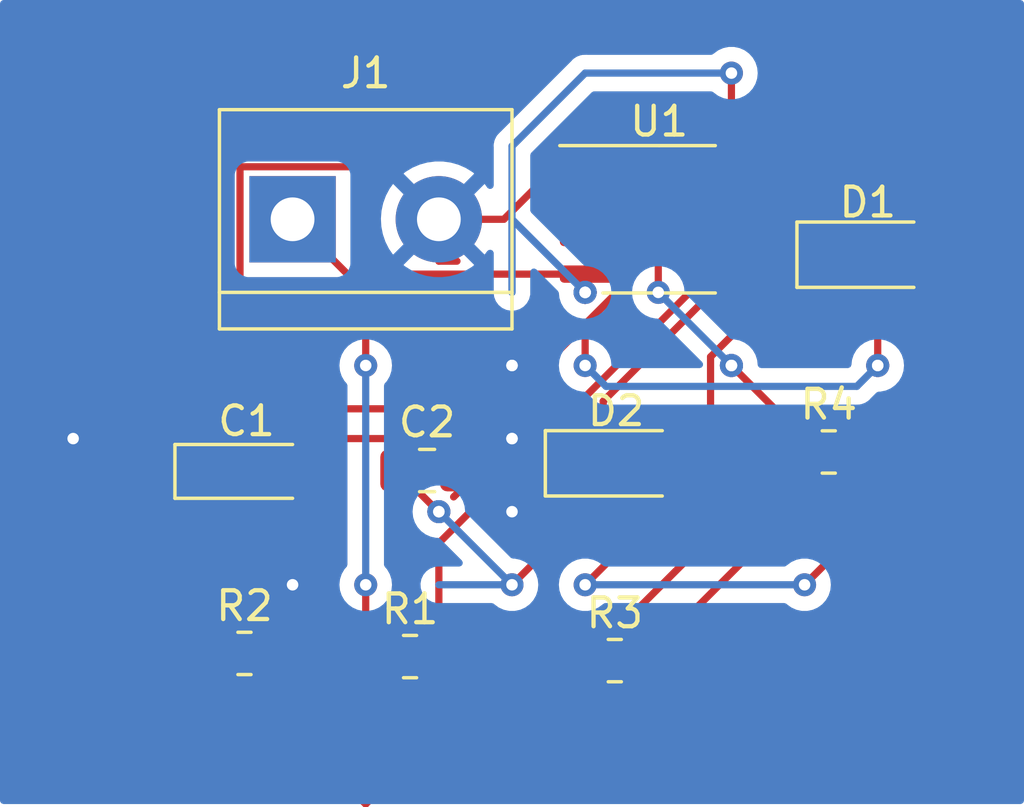
<source format=kicad_pcb>
(kicad_pcb (version 20211014) (generator pcbnew)
  (layers (0 "F.Cu" signal) (31 "B.Cu" signal) (34 "B.Paste" user) (35 "F.Paste" user) (36 "B.SilkS" user "B.Silkscreen") (37 "F.SilkS" user "F.Silkscreen") (38 "B.Mask" user) (39 "F.Mask" user) (44 "Edge.Cuts" user))
  (net 0 "")
  (net 1 "/pin_2")
  (net 2 "GND")
  (net 3 "Net-(C2-Pad1)")
  (net 4 "Net-(D1-Pad1)")
  (net 5 "+9V")
  (net 6 "Net-(D2-Pad2)")
  (net 7 "/pin_7")
  (net 8 "/pin_3")
  (footprint "Resistor_SMD:R_0805_2012Metric_Pad1.20x1.40mm_HandSolder" (layer "F.Cu") (at 135.49 93.825)
    (fp_text reference "R2" (at 0 -1.65) (layer "F.SilkS"))
    (fp_text value "10k")
    (fp_line (start -0.227064 -0.735) (end 0.227064 -0.735) (layer "F.SilkS") (width 0.12))
    (fp_line (start -0.227064 0.735) (end 0.227064 0.735) (layer "F.SilkS") (width 0.12))
    (pad "1" smd roundrect (at -1 0) (size 1.2 1.4) (layers "F.Cu" "F.Paste" "F.Mask") (roundrect_rratio 0.2083333333) (net 7 "/pin_7"))
    (pad "2" smd roundrect (at 1 0) (size 1.2 1.4) (layers "F.Cu" "F.Paste" "F.Mask") (roundrect_rratio 0.2083333333) (net 1 "/pin_2"))
  )
  (footprint "LED_SMD:LED_1206_3216Metric_Pad1.42x1.75mm_HandSolder" (layer "F.Cu") (at 157.135 79.97)
    (fp_text reference "D1" (at 0 -1.82) (layer "F.SilkS"))
    (fp_text value "LED")
    (fp_line (start -2.46 -1.135) (end -2.46 1.135) (layer "F.SilkS") (width 0.12))
    (fp_line (start 1.6 -1.135) (end -2.46 -1.135) (layer "F.SilkS") (width 0.12))
    (fp_line (start -2.46 1.135) (end 1.6 1.135) (layer "F.SilkS") (width 0.12))
    (pad "1" smd roundrect (at -1.4875 0) (size 1.425 1.75) (layers "F.Cu" "F.Paste" "F.Mask") (roundrect_rratio 0.1754392982) (net 4 "Net-(D1-Pad1)"))
    (pad "2" smd roundrect (at 1.4875 0) (size 1.425 1.75) (layers "F.Cu" "F.Paste" "F.Mask") (roundrect_rratio 0.1754392982) (net 5 "+9V"))
  )
  (footprint "Resistor_SMD:R_0805_2012Metric_Pad1.20x1.40mm_HandSolder" (layer "F.Cu") (at 155.78 86.825)
    (fp_text reference "R4" (at 0 -1.65) (layer "F.SilkS"))
    (fp_text value "1K")
    (fp_line (start -0.227064 -0.735) (end 0.227064 -0.735) (layer "F.SilkS") (width 0.12))
    (fp_line (start -0.227064 0.735) (end 0.227064 0.735) (layer "F.SilkS") (width 0.12))
    (pad "1" smd roundrect (at -1 0) (size 1.2 1.4) (layers "F.Cu" "F.Paste" "F.Mask") (roundrect_rratio 0.2083333333) (net 8 "/pin_3"))
    (pad "2" smd roundrect (at 1 0) (size 1.2 1.4) (layers "F.Cu" "F.Paste" "F.Mask") (roundrect_rratio 0.2083333333) (net 6 "Net-(D2-Pad2)"))
  )
  (footprint "Package_SO:SOIC-8_3.9x4.9mm_P1.27mm" (layer "F.Cu") (at 149.89 78.74)
    (fp_text reference "U1" (at 0 -3.4) (layer "F.SilkS"))
    (fp_text value "NE555D")
    (fp_line (start 0 2.56) (end 1.95 2.56) (layer "F.SilkS") (width 0.12))
    (fp_line (start 0 -2.56) (end 1.95 -2.56) (layer "F.SilkS") (width 0.12))
    (fp_line (start 0 2.56) (end -1.95 2.56) (layer "F.SilkS") (width 0.12))
    (fp_line (start 0 -2.56) (end -3.45 -2.56) (layer "F.SilkS") (width 0.12))
    (pad "1" smd roundrect (at -2.475 -1.905) (size 1.95 0.6) (layers "F.Cu" "F.Paste" "F.Mask") (net 2 "GND"))
    (pad "2" smd roundrect (at -2.475 -0.635) (size 1.95 0.6) (layers "F.Cu" "F.Paste" "F.Mask") (net 1 "/pin_2"))
    (pad "3" smd roundrect (at -2.475 0.635) (size 1.95 0.6) (layers "F.Cu" "F.Paste" "F.Mask") (net 8 "/pin_3"))
    (pad "4" smd roundrect (at -2.475 1.905) (size 1.95 0.6) (layers "F.Cu" "F.Paste" "F.Mask") (net 5 "+9V"))
    (pad "5" smd roundrect (at 2.475 1.905) (size 1.95 0.6) (layers "F.Cu" "F.Paste" "F.Mask") (net 3 "Net-(C2-Pad1)"))
    (pad "6" smd roundrect (at 2.475 0.635) (size 1.95 0.6) (layers "F.Cu" "F.Paste" "F.Mask") (net 1 "/pin_2"))
    (pad "7" smd roundrect (at 2.475 -0.635) (size 1.95 0.6) (layers "F.Cu" "F.Paste" "F.Mask") (net 7 "/pin_7"))
    (pad "8" smd roundrect (at 2.475 -1.905) (size 1.95 0.6) (layers "F.Cu" "F.Paste" "F.Mask") (net 5 "+9V"))
  )
  (footprint "Resistor_SMD:R_0805_2012Metric_Pad1.20x1.40mm_HandSolder" (layer "F.Cu") (at 141.24 93.935)
    (fp_text reference "R1" (at 0 -1.65) (layer "F.SilkS"))
    (fp_text value "1k")
    (fp_line (start -0.227064 0.735) (end 0.227064 0.735) (layer "F.SilkS") (width 0.12))
    (fp_line (start -0.227064 -0.735) (end 0.227064 -0.735) (layer "F.SilkS") (width 0.12))
    (pad "1" smd roundrect (at -1 0) (size 1.2 1.4) (layers "F.Cu" "F.Paste" "F.Mask") (roundrect_rratio 0.2083333333) (net 5 "+9V"))
    (pad "2" smd roundrect (at 1 0) (size 1.2 1.4) (layers "F.Cu" "F.Paste" "F.Mask") (roundrect_rratio 0.2083333333) (net 7 "/pin_7"))
  )
  (footprint "LED_SMD:LED_1206_3216Metric_Pad1.42x1.75mm_HandSolder" (layer "F.Cu") (at 148.3975 87.22)
    (fp_text reference "D2" (at 0 -1.82) (layer "F.SilkS"))
    (fp_text value "LED")
    (fp_line (start -2.46 -1.135) (end -2.46 1.135) (layer "F.SilkS") (width 0.12))
    (fp_line (start 1.6 -1.135) (end -2.46 -1.135) (layer "F.SilkS") (width 0.12))
    (fp_line (start -2.46 1.135) (end 1.6 1.135) (layer "F.SilkS") (width 0.12))
    (pad "1" smd roundrect (at -1.4875 0) (size 1.425 1.75) (layers "F.Cu" "F.Paste" "F.Mask") (roundrect_rratio 0.1754392982) (net 2 "GND"))
    (pad "2" smd roundrect (at 1.4875 0) (size 1.425 1.75) (layers "F.Cu" "F.Paste" "F.Mask") (roundrect_rratio 0.1754392982) (net 6 "Net-(D2-Pad2)"))
  )
  (footprint "Capacitor_SMD:C_0805_2012Metric_Pad1.18x1.45mm_HandSolder" (layer "F.Cu") (at 141.831252 87.47)
    (fp_text reference "C2" (at 0 -1.68) (layer "F.SilkS"))
    (fp_text value "0.01uF")
    (fp_line (start -0.261252 0.735) (end 0.261252 0.735) (layer "F.SilkS") (width 0.12))
    (fp_line (start -0.261252 -0.735) (end 0.261252 -0.735) (layer "F.SilkS") (width 0.12))
    (pad "1" smd roundrect (at -1.0375 0) (size 1.175 1.45) (layers "F.Cu" "F.Paste" "F.Mask") (roundrect_rratio 0.2127659574) (net 3 "Net-(C2-Pad1)"))
    (pad "2" smd roundrect (at 1.0375 0) (size 1.175 1.45) (layers "F.Cu" "F.Paste" "F.Mask") (roundrect_rratio 0.2127659574) (net 2 "GND"))
  )
  (footprint "Capacitor_Tantalum_SMD:CP_EIA-3216-18_Kemet-A_Pad1.58x1.35mm_HandSolder" (layer "F.Cu") (at 135.56 87.5)
    (fp_text reference "C1" (at 0 -1.75) (layer "F.SilkS"))
    (fp_text value "10uF")
    (fp_line (start 1.6 -0.935) (end -2.485 -0.935) (layer "F.SilkS") (width 0.12))
    (fp_line (start -2.485 -0.935) (end -2.485 0.935) (layer "F.SilkS") (width 0.12))
    (fp_line (start -2.485 0.935) (end 1.6 0.935) (layer "F.SilkS") (width 0.12))
    (pad "1" smd roundrect (at -1.4375 0) (size 1.575 1.35) (layers "F.Cu" "F.Paste" "F.Mask") (roundrect_rratio 0.1851851852) (net 1 "/pin_2"))
    (pad "2" smd roundrect (at 1.4375 0) (size 1.575 1.35) (layers "F.Cu" "F.Paste" "F.Mask") (roundrect_rratio 0.1851851852) (net 2 "GND"))
  )
  (footprint "Resistor_SMD:R_0805_2012Metric_Pad1.20x1.40mm_HandSolder" (layer "F.Cu") (at 148.35 94.075)
    (fp_text reference "R3" (at 0 -1.65) (layer "F.SilkS"))
    (fp_text value "1k")
    (fp_line (start -0.227064 -0.735) (end 0.227064 -0.735) (layer "F.SilkS") (width 0.12))
    (fp_line (start -0.227064 0.735) (end 0.227064 0.735) (layer "F.SilkS") (width 0.12))
    (pad "1" smd roundrect (at -1 0) (size 1.2 1.4) (layers "F.Cu" "F.Paste" "F.Mask") (roundrect_rratio 0.2083333333) (net 4 "Net-(D1-Pad1)"))
    (pad "2" smd roundrect (at 1 0) (size 1.2 1.4) (layers "F.Cu" "F.Paste" "F.Mask") (roundrect_rratio 0.2083333333) (net 8 "/pin_3"))
  )
  (footprint "TerminalBlock:TerminalBlock_bornier-2_P5.08mm" (layer "F.Cu") (at 137.16 78.74)
    (fp_text reference "J1" (at 2.54 -5.08) (layer "F.SilkS"))
    (fp_text value "J1")
    (fp_line (start -2.54 -3.81) (end -2.54 3.81) (layer "F.SilkS") (width 0.12))
    (fp_line (start 7.62 -3.81) (end -2.54 -3.81) (layer "F.SilkS") (width 0.12))
    (fp_line (start 7.62 2.54) (end -2.54 2.54) (layer "F.SilkS") (width 0.12))
    (fp_line (start -2.54 3.81) (end 7.62 3.81) (layer "F.SilkS") (width 0.12))
    (fp_line (start 7.62 3.81) (end 7.62 -3.81) (layer "F.SilkS") (width 0.12))
    (pad "1" thru_hole rect (at 0 0) (size 3 3) (drill 1.52) (layers *.Cu *.Mask) (net 5 "+9V"))
    (pad "2" thru_hole circle (at 5.08 0) (size 3 3) (drill 1.52) (layers *.Cu *.Mask) (net 2 "GND"))
  )
  (segment (start 148.715 79.028249) (end 148.715 80.991751) (width 0.25) (layer "F.Cu") (net 1))
  (segment (start 147.415 78.105) (end 147.791751 78.105) (width 0.25) (layer "F.Cu") (net 1))
  (segment (start 148.715 80.991751) (end 143.346751 86.36) (width 0.25) (layer "F.Cu") (net 1))
  (segment (start 147.32 82.386751) (end 148.715 80.991751) (width 0.25) (layer "F.Cu") (net 1))
  (segment (start 152.365 79.375) (end 152.741751 79.375) (width 0.25) (layer "F.Cu") (net 1))
  (segment (start 156.348172 78.77) (end 157.48 79.901828) (width 0.25) (layer "F.Cu") (net 1))
  (segment (start 157.48 79.901828) (end 157.48 83.82) (width 0.25) (layer "F.Cu") (net 1))
  (segment (start 147.791751 78.105) (end 148.715 79.028249) (width 0.25) (layer "F.Cu") (net 1))
  (segment (start 135.2625 86.36) (end 134.1225 87.5) (width 0.25) (layer "F.Cu") (net 1))
  (segment (start 152.741751 79.375) (end 153.346751 78.77) (width 0.25) (layer "F.Cu") (net 1))
  (segment (start 143.346751 86.36) (end 135.2625 86.36) (width 0.25) (layer "F.Cu") (net 1))
  (segment (start 153.346751 78.77) (end 156.348172 78.77) (width 0.25) (layer "F.Cu") (net 1))
  (segment (start 134.1225 91.4575) (end 136.49 93.825) (width 0.25) (layer "F.Cu") (net 1))
  (segment (start 134.1225 87.5) (end 134.1225 91.4575) (width 0.25) (layer "F.Cu") (net 1))
  (segment (start 147.32 83.82) (end 147.32 82.386751) (width 0.25) (layer "F.Cu") (net 1))
  (via (at 157.48 83.82) (size 0.8) (drill 0.4) (layers "F.Cu" "B.Cu") (net 1))
  (via (at 147.32 83.82) (size 0.8) (drill 0.4) (layers "F.Cu" "B.Cu") (net 1))
  (via (at 157.48 83.82) (size 0.8) (drill 0.4) (layers "F.Cu" "B.Cu") (net 1))
  (segment (start 156.755 84.545) (end 148.045 84.545) (width 0.25) (layer "B.Cu") (net 1))
  (segment (start 148.045 84.545) (end 147.32 83.82) (width 0.25) (layer "B.Cu") (net 1))
  (segment (start 157.48 83.82) (end 156.755 84.545) (width 0.25) (layer "B.Cu") (net 1))
  (segment (start 144.496853 78.74) (end 142.24 78.74) (width 0.25) (layer "F.Cu") (net 2))
  (segment (start 129.54 86.36) (end 133.51 86.36) (width 0.25) (layer "F.Cu") (net 2))
  (segment (start 144.78 86.36) (end 143.67 87.47) (width 0.25) (layer "F.Cu") (net 2))
  (segment (start 140.415 76.915) (end 135.335 76.915) (width 0.25) (layer "F.Cu") (net 2))
  (segment (start 146.401853 76.835) (end 144.496853 78.74) (width 0.25) (layer "F.Cu") (net 2))
  (segment (start 142.24 78.74) (end 140.415 76.915) (width 0.25) (layer "F.Cu") (net 2))
  (segment (start 142.24 80.195) (end 142.868752 80.195) (width 0.25) (layer "F.Cu") (net 2))
  (segment (start 145.23 88.9) (end 144.78 88.9) (width 0.25) (layer "F.Cu") (net 2))
  (segment (start 143.274823 85.325177) (end 144.78 83.82) (width 0.25) (layer "F.Cu") (net 2))
  (segment (start 136.9975 87.5) (end 137.16 87.6625) (width 0.25) (layer "F.Cu") (net 2))
  (segment (start 143.983147 87.156853) (end 142.752652 88.387348) (width 0.25) (layer "F.Cu") (net 2))
  (segment (start 142.24 78.74) (end 142.24 80.195) (width 0.25) (layer "F.Cu") (net 2))
  (segment (start 135.335 84.535) (end 136.125177 85.325177) (width 0.25) (layer "F.Cu") (net 2))
  (segment (start 146.91 87.22) (end 145.23 88.9) (width 0.25) (layer "F.Cu") (net 2))
  (segment (start 147.415 76.835) (end 146.401853 76.835) (width 0.25) (layer "F.Cu") (net 2))
  (segment (start 137.16 87.6625) (end 137.16 91.44) (width 0.25) (layer "F.Cu") (net 2))
  (segment (start 135.335 76.915) (end 135.335 84.535) (width 0.25) (layer "F.Cu") (net 2))
  (segment (start 133.51 86.36) (end 135.335 84.535) (width 0.25) (layer "F.Cu") (net 2))
  (segment (start 136.125177 85.325177) (end 143.274823 85.325177) (width 0.25) (layer "F.Cu") (net 2))
  (segment (start 144.78 86.36) (end 143.983147 86.36) (width 0.25) (layer "F.Cu") (net 2))
  (segment (start 143.983147 86.36) (end 143.983147 87.156853) (width 0.25) (layer "F.Cu") (net 2))
  (segment (start 143.67 87.47) (end 142.868752 87.47) (width 0.25) (layer "F.Cu") (net 2))
  (via (at 144.78 88.9) (size 0.8) (drill 0.4) (layers "F.Cu" "B.Cu") (net 2))
  (via (at 144.78 83.82) (size 0.8) (drill 0.4) (layers "F.Cu" "B.Cu") (net 2))
  (via (at 144.78 86.36) (size 0.8) (drill 0.4) (layers "F.Cu" "B.Cu") (net 2))
  (via (at 129.54 86.36) (size 0.8) (drill 0.4) (layers "F.Cu" "B.Cu") (net 2))
  (via (at 137.16 91.44) (size 0.8) (drill 0.4) (layers "F.Cu" "B.Cu") (net 2))
  (via (at 144.78 86.36) (size 0.8) (drill 0.4) (layers "F.Cu" "B.Cu") (net 2))
  (via (at 144.78 83.82) (size 0.8) (drill 0.4) (layers "F.Cu" "B.Cu") (net 2))
  (segment (start 144.78 83.82) (end 144.78 86.36) (width 0.25) (layer "B.Cu") (net 2))
  (segment (start 132.08 91.44) (end 129.54 88.9) (width 0.25) (layer "B.Cu") (net 2))
  (segment (start 144.78 88.9) (end 144.78 86.36) (width 0.25) (layer "B.Cu") (net 2))
  (segment (start 129.54 88.9) (end 129.54 86.36) (width 0.25) (layer "B.Cu") (net 2))
  (segment (start 137.16 91.44) (end 132.08 91.44) (width 0.25) (layer "B.Cu") (net 2))
  (segment (start 142.223752 88.9) (end 140.793752 87.47) (width 0.25) (layer "F.Cu") (net 3))
  (segment (start 142.24 88.9) (end 142.223752 88.9) (width 0.25) (layer "F.Cu") (net 3))
  (segment (start 152.365 80.645) (end 147.9475 85.0625) (width 0.25) (layer "F.Cu") (net 3))
  (segment (start 147.9475 88.2725) (end 144.78 91.44) (width 0.25) (layer "F.Cu") (net 3))
  (segment (start 147.9475 85.0625) (end 147.9475 88.2725) (width 0.25) (layer "F.Cu") (net 3))
  (via (at 144.78 91.44) (size 0.8) (drill 0.4) (layers "F.Cu" "B.Cu") (net 3))
  (via (at 142.24 88.9) (size 0.8) (drill 0.4) (layers "F.Cu" "B.Cu") (net 3))
  (via (at 142.24 88.9) (size 0.8) (drill 0.4) (layers "F.Cu" "B.Cu") (net 3))
  (segment (start 144.78 91.44) (end 142.24 91.44) (width 0.25) (layer "B.Cu") (net 3))
  (segment (start 144.78 91.44) (end 142.24 88.9) (width 0.25) (layer "B.Cu") (net 3))
  (segment (start 151.675 89.75) (end 147.35 94.075) (width 0.25) (layer "F.Cu") (net 4))
  (segment (start 151.675 83.519695) (end 151.675 89.75) (width 0.25) (layer "F.Cu") (net 4))
  (segment (start 155.6475 79.97) (end 155.224695 79.97) (width 0.25) (layer "F.Cu") (net 4))
  (segment (start 155.224695 79.97) (end 151.675 83.519695) (width 0.25) (layer "F.Cu") (net 4))
  (segment (start 152.4 76.8) (end 152.4 73.66) (width 0.25) (layer "F.Cu") (net 5))
  (segment (start 152.365 76.835) (end 155.4875 76.835) (width 0.25) (layer "F.Cu") (net 5))
  (segment (start 139.7 93.395) (end 139.7 91.44) (width 0.25) (layer "F.Cu") (net 5))
  (segment (start 137.16 78.74) (end 139.065 80.645) (width 0.25) (layer "F.Cu") (net 5))
  (segment (start 152.365 76.835) (end 152.4 76.8) (width 0.25) (layer "F.Cu") (net 5))
  (segment (start 155.4875 76.835) (end 158.6225 79.97) (width 0.25) (layer "F.Cu") (net 5))
  (segment (start 147.32 80.74) (end 147.415 80.645) (width 0.25) (layer "F.Cu") (net 5))
  (segment (start 139.065 80.645) (end 147.415 80.645) (width 0.25) (layer "F.Cu") (net 5))
  (segment (start 139.7 83.82) (end 139.7 81.28) (width 0.25) (layer "F.Cu") (net 5))
  (segment (start 140.24 93.935) (end 139.7 93.395) (width 0.25) (layer "F.Cu") (net 5))
  (segment (start 147.32 81.28) (end 147.32 80.74) (width 0.25) (layer "F.Cu") (net 5))
  (segment (start 139.7 81.28) (end 139.065 80.645) (width 0.25) (layer "F.Cu") (net 5))
  (via (at 147.32 81.28) (size 0.8) (drill 0.4) (layers "F.Cu" "B.Cu") (net 5))
  (via (at 139.7 83.82) (size 0.8) (drill 0.4) (layers "F.Cu" "B.Cu") (net 5))
  (via (at 147.32 81.28) (size 0.8) (drill 0.4) (layers "F.Cu" "B.Cu") (net 5))
  (via (at 152.4 73.66) (size 0.8) (drill 0.4) (layers "F.Cu" "B.Cu") (net 5))
  (via (at 147.32 81.28) (size 0.8) (drill 0.4) (layers "F.Cu" "B.Cu") (net 5))
  (via (at 147.32 81.28) (size 0.8) (drill 0.4) (layers "F.Cu" "B.Cu") (net 5))
  (via (at 139.7 91.44) (size 0.8) (drill 0.4) (layers "F.Cu" "B.Cu") (net 5))
  (segment (start 144.78 76.2) (end 144.78 81.28) (width 0.25) (layer "B.Cu") (net 5))
  (segment (start 144.78 78.74) (end 147.32 81.28) (width 0.25) (layer "B.Cu") (net 5))
  (segment (start 139.7 91.44) (end 139.7 83.82) (width 0.25) (layer "B.Cu") (net 5))
  (segment (start 144.78 81.28) (end 144.78 78.74) (width 0.25) (layer "B.Cu") (net 5))
  (segment (start 147.32 73.66) (end 144.78 76.2) (width 0.25) (layer "B.Cu") (net 5))
  (segment (start 152.4 73.66) (end 147.32 73.66) (width 0.25) (layer "B.Cu") (net 5))
  (segment (start 147.32 91.44) (end 149.885 88.875) (width 0.25) (layer "F.Cu") (net 6))
  (segment (start 156.78 86.825) (end 156.78 89.6) (width 0.25) (layer "F.Cu") (net 6))
  (segment (start 156.78 89.6) (end 154.94 91.44) (width 0.25) (layer "F.Cu") (net 6))
  (segment (start 149.885 88.875) (end 149.885 87.22) (width 0.25) (layer "F.Cu") (net 6))
  (via (at 154.94 91.44) (size 0.8) (drill 0.4) (layers "F.Cu" "B.Cu") (net 6))
  (via (at 147.32 91.44) (size 0.8) (drill 0.4) (layers "F.Cu" "B.Cu") (net 6))
  (segment (start 154.94 91.44) (end 147.32 91.44) (width 0.25) (layer "B.Cu") (net 6))
  (segment (start 151.065 81.164328) (end 151.065 79.028249) (width 0.25) (layer "F.Cu") (net 7))
  (segment (start 139.7 99.06) (end 142.24 96.52) (width 0.25) (layer "F.Cu") (net 7))
  (segment (start 134.49 93.825) (end 134.49 93.85) (width 0.25) (layer "F.Cu") (net 7))
  (segment (start 151.988249 78.105) (end 152.365 78.105) (width 0.25) (layer "F.Cu") (net 7))
  (segment (start 142.24 93.935) (end 142.24 89.989328) (width 0.25) (layer "F.Cu") (net 7))
  (segment (start 142.24 89.989328) (end 151.065 81.164328) (width 0.25) (layer "F.Cu") (net 7))
  (segment (start 134.49 93.85) (end 139.7 99.06) (width 0.25) (layer "F.Cu") (net 7))
  (segment (start 142.24 96.52) (end 142.24 93.935) (width 0.25) (layer "F.Cu") (net 7))
  (segment (start 151.065 79.028249) (end 151.988249 78.105) (width 0.25) (layer "F.Cu") (net 7))
  (segment (start 154.78 86.825) (end 154.78 86.2) (width 0.25) (layer "F.Cu") (net 8))
  (segment (start 154.78 88.645) (end 154.78 86.825) (width 0.25) (layer "F.Cu") (net 8))
  (segment (start 146.115 78.451751) (end 147.038249 79.375) (width 0.25) (layer "F.Cu") (net 8))
  (segment (start 146.393249 77.48) (end 146.115 77.758249) (width 0.25) (layer "F.Cu") (net 8))
  (segment (start 146.115 77.758249) (end 146.115 78.451751) (width 0.25) (layer "F.Cu") (net 8))
  (segment (start 149.86 81.28) (end 149.86 78.903249) (width 0.25) (layer "F.Cu") (net 8))
  (segment (start 149.35 94.075) (end 154.78 88.645) (width 0.25) (layer "F.Cu") (net 8))
  (segment (start 154.78 86.2) (end 152.4 83.82) (width 0.25) (layer "F.Cu") (net 8))
  (segment (start 147.038249 79.375) (end 147.415 79.375) (width 0.25) (layer "F.Cu") (net 8))
  (segment (start 148.436751 77.48) (end 146.393249 77.48) (width 0.25) (layer "F.Cu") (net 8))
  (segment (start 149.86 78.903249) (end 148.436751 77.48) (width 0.25) (layer "F.Cu") (net 8))
  (via (at 152.4 83.82) (size 0.8) (drill 0.4) (layers "F.Cu" "B.Cu") (net 8))
  (via (at 149.86 81.28) (size 0.8) (drill 0.4) (layers "F.Cu" "B.Cu") (net 8))
  (via (at 152.4 83.82) (size 0.8) (drill 0.4) (layers "F.Cu" "B.Cu") (net 8))
  (via (at 152.4 83.82) (size 0.8) (drill 0.4) (layers "F.Cu" "B.Cu") (net 8))
  (segment (start 152.4 83.82) (end 149.86 81.28) (width 0.25) (layer "B.Cu") (net 8))
  (zone (net 2) (net_name "GND") (layer "B.Cu") (connect_pads (clearance 0.508)) (min_thickness 0.254) (fill yes (thermal_gap 0.508) (thermal_bridge_width 0.508))
    (polygon (pts (xy 162.56 99.06) (xy 127 99.06) (xy 127 71.12) (xy 162.56 71.12)))
  )
)
</source>
